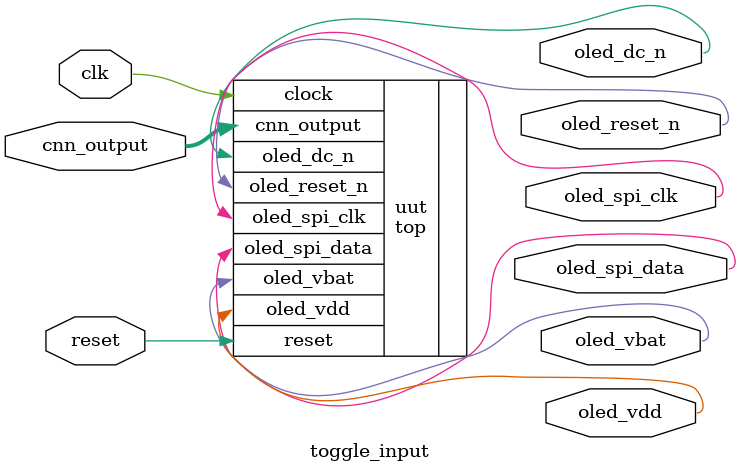
<source format=v>
`timescale 1ns / 1ps


module toggle_input(
    input clk, 
    input reset,              // 100 MHz clock from ZedBoard
    input [3:0] cnn_output,          // 4 switches on the ZedBoard
    output oled_spi_clk,
    output oled_spi_data,
    output oled_vdd,
    output oled_vbat,
    output oled_reset_n,
    output oled_dc_n
    );
    
    

    // Instantiate the top module
    top uut (
    .clock(clk), // 100MHz onboard clock
    .reset(reset),
    .cnn_output(cnn_output),
    // OLED interface
    .oled_spi_clk(oled_spi_clk),
    .oled_spi_data(oled_spi_data),
    .oled_vdd(oled_vdd),
    .oled_vbat(oled_vbat),
    .oled_reset_n(oled_reset_n),
    .oled_dc_n(oled_dc_n)
    );

endmodule

</source>
